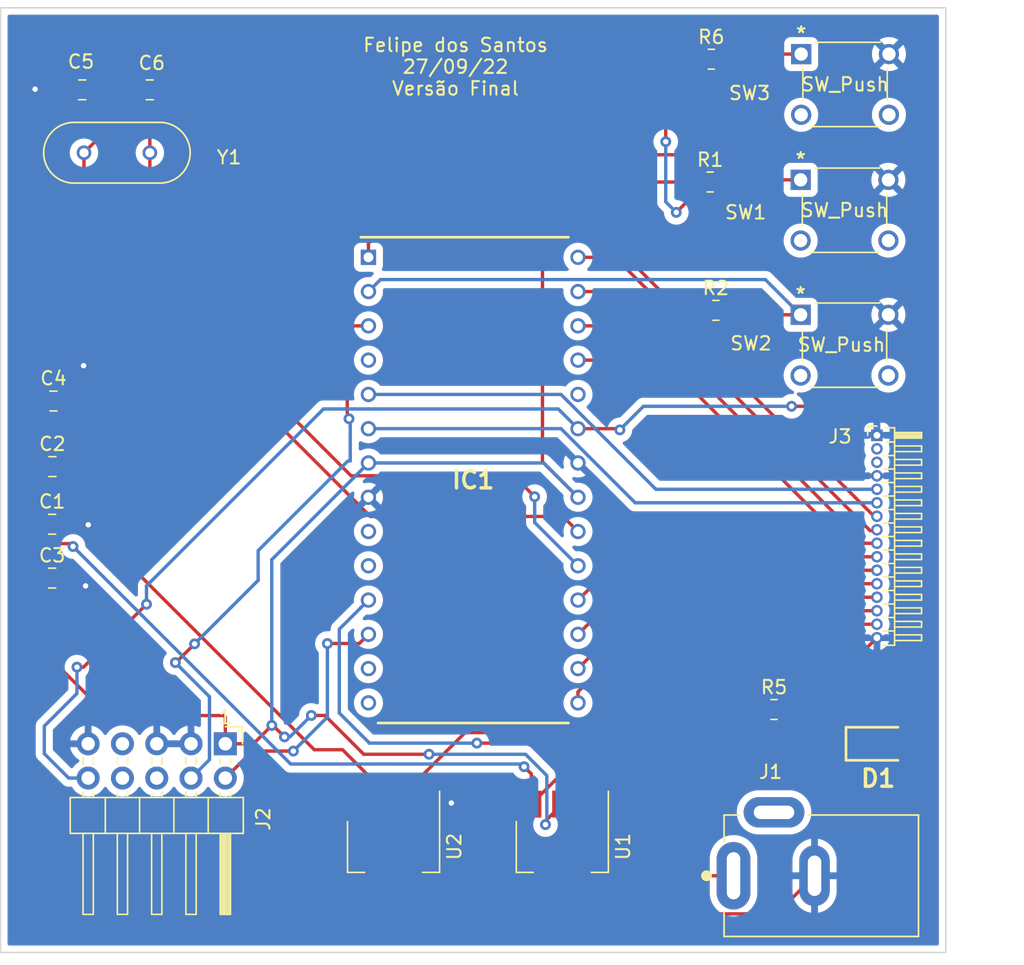
<source format=kicad_pcb>
(kicad_pcb (version 20211014) (generator pcbnew)
  (layers (0 "F.Cu" signal) (31 "B.Cu" signal) (34 "B.Paste" user) (35 "F.Paste" user) (36 "B.SilkS" user "B.Silkscreen") (37 "F.SilkS" user "F.Silkscreen") (38 "B.Mask" user) (39 "F.Mask" user) (44 "Edge.Cuts" user))
  (net 0 "")
  (net 1 "/9~12VDC")
  (net 2 "Earth")
  (net 3 "Net-(C2-Pad1)")
  (net 4 "+3.3V")
  (net 5 "+5V")
  (net 6 "Net-(C5-Pad2)")
  (net 7 "Net-(C6-Pad2)")
  (net 8 "Net-(D1-Pad2)")
  (net 9 "/BTN1")
  (net 10 "/BTN2")
  (net 11 "/SWDCLK")
  (net 13 "/R{slash}W")
  (net 14 "/E")
  (net 17 "/LED_KEY")
  (net 18 "/SWDIO")
  (net 21 "/DB07")
  (net 22 "/DB06")
  (net 23 "/DB05")
  (net 24 "/DB04")
  (net 25 "/RESET")
  (net 27 "/DB03")
  (net 28 "/DB02")
  (net 29 "/DB01")
  (net 30 "/DB00")
  (footprint "Capacitor_SMD:C_0805_2012Metric" (layer "F.Cu") (at 91.31 113.27)
    (fp_text reference "C1" (at 0 -1.68) (layer "F.SilkS"))
    (fp_text value "100nF")
    (fp_line (start -0.261252 0.735) (end 0.261252 0.735) (layer "F.SilkS") (width 0.12))
    (fp_line (start -0.261252 -0.735) (end 0.261252 -0.735) (layer "F.SilkS") (width 0.12))
    (pad "1" smd roundrect (at -0.95 0) (size 1 1.45) (layers "F.Cu" "F.Paste" "F.Mask") (net 1 "/9~12VDC"))
    (pad "2" smd roundrect (at 0.95 0) (size 1 1.45) (layers "F.Cu" "F.Paste" "F.Mask") (net 2 "Earth"))
  )
  (footprint "Package_TO_SOT_SMD:SOT-223-3_TabPin2" (layer "F.Cu") (at 116.6 137.16 -90)
    (fp_text reference "U2" (at 0 -4.5 90) (layer "F.SilkS"))
    (fp_text value "LD1117S50TR_SOT223")
    (fp_line (start -4.1 -3.41) (end 1.91 -3.41) (layer "F.SilkS") (width 0.12))
    (fp_line (start 1.91 -3.41) (end 1.91 -2.15) (layer "F.SilkS") (width 0.12))
    (fp_line (start -1.85 3.41) (end 1.91 3.41) (layer "F.SilkS") (width 0.12))
    (fp_line (start 1.91 3.41) (end 1.91 2.15) (layer "F.SilkS") (width 0.12))
    (pad "1" smd rect (at -3.15 -2.3 270) (size 2 1.5) (layers "F.Cu" "F.Paste" "F.Mask") (net 2 "Earth"))
    (pad "2" smd rect (at 3.15 0 270) (size 2 3.8) (layers "F.Cu" "F.Paste" "F.Mask") (net 5 "+5V"))
    (pad "2" smd rect (at -3.15 0 270) (size 2 1.5) (layers "F.Cu" "F.Paste" "F.Mask") (net 5 "+5V"))
    (pad "3" smd rect (at -3.15 2.3 270) (size 2 1.5) (layers "F.Cu" "F.Paste" "F.Mask") (net 3 "Net-(C2-Pad1)"))
  )
  (footprint "Capacitor_SMD:C_0805_2012Metric" (layer "F.Cu") (at 91.33 109)
    (fp_text reference "C2" (at 0 -1.68) (layer "F.SilkS"))
    (fp_text value "100nF")
    (fp_line (start -0.261252 -0.735) (end 0.261252 -0.735) (layer "F.SilkS") (width 0.12))
    (fp_line (start -0.261252 0.735) (end 0.261252 0.735) (layer "F.SilkS") (width 0.12))
    (pad "1" smd roundrect (at -0.95 0) (size 1 1.45) (layers "F.Cu" "F.Paste" "F.Mask") (net 3 "Net-(C2-Pad1)"))
    (pad "2" smd roundrect (at 0.95 0) (size 1 1.45) (layers "F.Cu" "F.Paste" "F.Mask") (net 2 "Earth"))
  )
  (footprint "KiCAD:1825910-6" (layer "F.Cu") (at 153.25 102.25)
    (fp_text reference "SW2" (at -10.18 -2.38) (layer "F.SilkS"))
    (fp_text value "SW_Push" (at -3.48 -2.28) (layer "F.SilkS"))
    (fp_text user "*" (at -6.5 -6.011301) (layer "F.SilkS"))
    (fp_text user "*" (at -6.5 -6.011301) (layer "F.SilkS"))
    (fp_line (start -5.86236 0.874199) (end -0.63764 0.874199) (layer "F.SilkS") (width 0.12))
    (fp_line (start -6.3742 -3.417961) (end -6.3742 -1.074702) (layer "F.SilkS") (width 0.12))
    (fp_line (start -0.63764 -5.374201) (end -5.442292 -5.374201) (layer "F.SilkS") (width 0.12))
    (fp_line (start -0.1258 -1.074702) (end -0.1258 -3.425299) (layer "F.SilkS") (width 0.12))
    (pad "1" thru_hole rect locked (at -6.500001 -4.500001) (size 1.4986 1.4986) (drill 0.9906) (layers *.Cu *.Mask) (net 10 "/BTN2"))
    (pad "2" thru_hole circle locked (at 0.000001 -4.500001) (size 1.4986 1.4986) (drill 0.9906) (layers *.Cu *.Mask) (net 2 "Earth"))
    (pad "3" thru_hole circle locked (at -6.500001 0) (size 1.4986 1.4986) (drill 0.9906) (layers *.Cu *.Mask))
    (pad "4" thru_hole circle locked (at 0.000001 0) (size 1.4986 1.4986) (drill 0.9906) (layers *.Cu *.Mask))
  )
  (footprint "lpc:DIP1552W53P254L3550H510Q28N" (layer "F.Cu") (at 122.5 110)
    (fp_text reference "IC1" (at 0 0) (layer "F.SilkS") (effects (font (size 1.27 1.27) (thickness 0.254))))
    (fp_text value "LPC1114FN28_102,12" hide)
    (fp_line (start -8.325 -18) (end 7.05 -18) (layer "F.SilkS") (width 0.2))
    (fp_line (start -7.05 18) (end 7.05 18) (layer "F.SilkS") (width 0.2))
    (pad "1" thru_hole rect locked (at -7.76 -16.51) (size 1.13 1.13) (drill 0.73) (layers *.Cu *.Mask) (net 9 "/BTN1"))
    (pad "2" thru_hole circle locked (at -7.76 -13.97) (size 1.13 1.13) (drill 0.73) (layers *.Cu *.Mask) (net 10 "/BTN2"))
    (pad "3" thru_hole circle locked (at -7.76 -11.43) (size 1.13 1.13) (drill 0.73) (layers *.Cu *.Mask) (net 11 "/SWDCLK"))
    (pad "4" thru_hole circle locked (at -7.76 -8.89) (size 1.13 1.13) (drill 0.73) (layers *.Cu *.Mask))
    (pad "5" thru_hole circle locked (at -7.76 -6.35) (size 1.13 1.13) (drill 0.73) (layers *.Cu *.Mask) (net 13 "/R{slash}W"))
    (pad "6" thru_hole circle locked (at -7.76 -3.81) (size 1.13 1.13) (drill 0.73) (layers *.Cu *.Mask) (net 14 "/E"))
    (pad "7" thru_hole circle locked (at -7.76 -1.27) (size 1.13 1.13) (drill 0.73) (layers *.Cu *.Mask) (net 4 "+3.3V"))
    (pad "8" thru_hole circle locked (at -7.76 1.27) (size 1.13 1.13) (drill 0.73) (layers *.Cu *.Mask) (net 2 "Earth"))
    (pad "9" thru_hole circle locked (at -7.76 3.81) (size 1.13 1.13) (drill 0.73) (layers *.Cu *.Mask))
    (pad "10" thru_hole circle locked (at -7.76 6.35) (size 1.13 1.13) (drill 0.73) (layers *.Cu *.Mask))
    (pad "11" thru_hole circle locked (at -7.76 8.89) (size 1.13 1.13) (drill 0.73) (layers *.Cu *.Mask) (net 17 "/LED_KEY"))
    (pad "12" thru_hole circle locked (at -7.76 11.43) (size 1.13 1.13) (drill 0.73) (layers *.Cu *.Mask) (net 18 "/SWDIO"))
    (pad "13" thru_hole circle locked (at -7.76 13.97) (size 1.13 1.13) (drill 0.73) (layers *.Cu *.Mask))
    (pad "14" thru_hole circle locked (at -7.76 16.51) (size 1.13 1.13) (drill 0.73) (layers *.Cu *.Mask))
    (pad "15" thru_hole circle locked (at 7.76 16.51) (size 1.13 1.13) (drill 0.73) (layers *.Cu *.Mask) (net 21 "/DB07"))
    (pad "16" thru_hole circle locked (at 7.76 13.97) (size 1.13 1.13) (drill 0.73) (layers *.Cu *.Mask) (net 22 "/DB06"))
    (pad "17" thru_hole circle locked (at 7.76 11.43) (size 1.13 1.13) (drill 0.73) (layers *.Cu *.Mask) (net 23 "/DB05"))
    (pad "18" thru_hole circle locked (at 7.76 8.89) (size 1.13 1.13) (drill 0.73) (layers *.Cu *.Mask) (net 24 "/DB04"))
    (pad "19" thru_hole circle locked (at 7.76 6.35) (size 1.13 1.13) (drill 0.73) (layers *.Cu *.Mask) (net 7 "Net-(C6-Pad2)"))
    (pad "20" thru_hole circle locked (at 7.76 3.81) (size 1.13 1.13) (drill 0.73) (layers *.Cu *.Mask) (net 6 "Net-(C5-Pad2)"))
    (pad "21" thru_hole circle locked (at 7.76 1.27) (size 1.13 1.13) (drill 0.73) (layers *.Cu *.Mask) (net 4 "+3.3V"))
    (pad "22" thru_hole circle locked (at 7.76 -1.27) (size 1.13 1.13) (drill 0.73) (layers *.Cu *.Mask) (net 2 "Earth"))
    (pad "23" thru_hole circle locked (at 7.76 -3.81) (size 1.13 1.13) (drill 0.73) (layers *.Cu *.Mask) (net 25 "/RESET"))
    (pad "24" thru_hole circle locked (at 7.76 -6.35) (size 1.13 1.13) (drill 0.73) (layers *.Cu *.Mask))
    (pad "25" thru_hole circle locked (at 7.76 -8.89) (size 1.13 1.13) (drill 0.73) (layers *.Cu *.Mask) (net 27 "/DB03"))
    (pad "26" thru_hole circle locked (at 7.76 -11.43) (size 1.13 1.13) (drill 0.73) (layers *.Cu *.Mask) (net 28 "/DB02"))
    (pad "27" thru_hole circle locked (at 7.76 -13.97) (size 1.13 1.13) (drill 0.73) (layers *.Cu *.Mask) (net 29 "/DB01"))
    (pad "28" thru_hole circle locked (at 7.76 -16.51) (size 1.13 1.13) (drill 0.73) (layers *.Cu *.Mask) (net 30 "/DB00"))
  )
  (footprint "Connector_PinHeader_2.54mm:PinHeader_2x05_P2.54mm_Horizontal" (layer "F.Cu") (at 104.14 129.54 -90)
    (fp_text reference "J2" (at 5.58 -2.81 90) (layer "F.SilkS"))
    (fp_text value "Conn_ARM_JTAG_SWD_10")
    (fp_line (start 3.98 1.27) (end 6.64 1.27) (layer "F.SilkS") (width 0.12))
    (fp_line (start 6.64 0.28) (end 12.64 0.28) (layer "F.SilkS") (width 0.12))
    (fp_line (start 3.582929 7.24) (end 3.98 7.24) (layer "F.SilkS") (width 0.12))
    (fp_line (start 1.042929 5.46) (end 1.497071 5.46) (layer "F.SilkS") (width 0.12))
    (fp_line (start 12.64 2.92) (end 6.64 2.92) (layer "F.SilkS") (width 0.12))
    (fp_line (start 12.64 7.24) (end 12.64 8) (layer "F.SilkS") (width 0.12))
    (fp_line (start 6.64 -0.32) (end 12.64 -0.32) (layer "F.SilkS") (width 0.12))
    (fp_line (start 12.64 4.7) (end 12.64 5.46) (layer "F.SilkS") (width 0.12))
    (fp_line (start 6.64 4.7) (end 12.64 4.7) (layer "F.SilkS") (width 0.12))
    (fp_line (start 3.582929 0.38) (end 3.98 0.38) (layer "F.SilkS") (width 0.12))
    (fp_line (start 12.64 10.54) (end 6.64 10.54) (layer "F.SilkS") (width 0.12))
    (fp_line (start 6.64 9.78) (end 12.64 9.78) (layer "F.SilkS") (width 0.12))
    (fp_line (start 6.64 0.16) (end 12.64 0.16) (layer "F.SilkS") (width 0.12))
    (fp_line (start 3.98 11.49) (end 6.64 11.49) (layer "F.SilkS") (width 0.12))
    (fp_line (start 6.64 0.04) (end 12.64 0.04) (layer "F.SilkS") (width 0.12))
    (fp_line (start 3.98 3.81) (end 6.64 3.81) (layer "F.SilkS") (width 0.12))
    (fp_line (start 6.64 -0.08) (end 12.64 -0.08) (layer "F.SilkS") (width 0.12))
    (fp_line (start 6.64 -0.38) (end 12.64 -0.38) (layer "F.SilkS") (width 0.12))
    (fp_line (start 3.582929 4.7) (end 3.98 4.7) (layer "F.SilkS") (width 0.12))
    (fp_line (start 6.64 -0.2) (end 12.64 -0.2) (layer "F.SilkS") (width 0.12))
    (fp_line (start 12.64 0.38) (end 6.64 0.38) (layer "F.SilkS") (width 0.12))
    (fp_line (start 3.582929 8) (end 3.98 8) (layer "F.SilkS") (width 0.12))
    (fp_line (start 3.582929 9.78) (end 3.98 9.78) (layer "F.SilkS") (width 0.12))
    (fp_line (start 1.042929 9.78) (end 1.497071 9.78) (layer "F.SilkS") (width 0.12))
    (fp_line (start 1.042929 4.7) (end 1.497071 4.7) (layer "F.SilkS") (width 0.12))
    (fp_line (start 1.11 -0.38) (end 1.497071 -0.38) (layer "F.SilkS") (width 0.12))
    (fp_line (start -1.27 0) (end -1.27 -1.27) (layer "F.SilkS") (width 0.12))
    (fp_line (start 12.64 -0.38) (end 12.64 0.38) (layer "F.SilkS") (width 0.12))
    (fp_line (start 12.64 5.46) (end 6.64 5.46) (layer "F.SilkS") (width 0.12))
    (fp_line (start 1.042929 7.24) (end 1.497071 7.24) (layer "F.SilkS") (width 0.12))
    (fp_line (start 6.64 2.16) (end 12.64 2.16) (layer "F.SilkS") (width 0.12))
    (fp_line (start 3.98 6.35) (end 6.64 6.35) (layer "F.SilkS") (width 0.12))
    (fp_line (start 3.582929 5.46) (end 3.98 5.46) (layer "F.SilkS") (width 0.12))
    (fp_line (start 3.582929 -0.38) (end 3.98 -0.38) (layer "F.SilkS") (width 0.12))
    (fp_line (start 6.64 7.24) (end 12.64 7.24) (layer "F.SilkS") (width 0.12))
    (fp_line (start 3.582929 10.54) (end 3.98 10.54) (layer "F.SilkS") (width 0.12))
    (fp_line (start 1.042929 2.92) (end 1.497071 2.92) (layer "F.SilkS") (width 0.12))
    (fp_line (start 6.64 11.49) (end 6.64 -1.33) (layer "F.SilkS") (width 0.12))
    (fp_line (start 3.98 -1.33) (end 3.98 11.49) (layer "F.SilkS") (width 0.12))
    (fp_line (start 1.11 0.38) (end 1.497071 0.38) (layer "F.SilkS") (width 0.12))
    (fp_line (start 1.042929 8) (end 1.497071 8) (layer "F.SilkS") (width 0.12))
    (fp_line (start 12.64 8) (end 6.64 8) (layer "F.SilkS") (width 0.12))
    (fp_line (start 12.64 2.16) (end 12.64 2.92) (layer "F.SilkS") (width 0.12))
    (fp_line (start 3.582929 2.92) (end 3.98 2.92) (layer "F.SilkS") (width 0.12))
    (fp_line (start 12.64 9.78) (end 12.64 10.54) (layer "F.SilkS") (width 0.12))
    (fp_line (start 1.042929 2.16) (end 1.497071 2.16) (layer "F.SilkS") (width 0.12))
    (fp_line (start -1.27 -1.27) (end 0 -1.27) (layer "F.SilkS") (width 0.12))
    (fp_line (start 1.042929 10.54) (end 1.497071 10.54) (layer "F.SilkS") (width 0.12))
    (fp_line (start 3.98 8.89) (end 6.64 8.89) (layer "F.SilkS") (width 0.12))
    (fp_line (start 6.64 -1.33) (end 3.98 -1.33) (layer "F.SilkS") (width 0.12))
    (fp_line (start 3.582929 2.16) (end 3.98 2.16) (layer "F.SilkS") (width 0.12))
    (pad "1" thru_hole rect (at 0 0 270) (size 1.7 1.7) (drill 1) (layers *.Cu *.Mask) (net 4 "+3.3V"))
    (pad "2" thru_hole oval (at 2.54 0 270) (size 1.7 1.7) (drill 1) (layers *.Cu *.Mask) (net 18 "/SWDIO"))
    (pad "3" thru_hole oval (at 0 2.54 270) (size 1.7 1.7) (drill 1) (layers *.Cu *.Mask) (net 2 "Earth"))
    (pad "4" thru_hole oval (at 2.54 2.54 270) (size 1.7 1.7) (drill 1) (layers *.Cu *.Mask) (net 11 "/SWDCLK"))
    (pad "5" thru_hole oval (at 0 5.08 270) (size 1.7 1.7) (drill 1) (layers *.Cu *.Mask) (net 2 "Earth"))
    (pad "6" thru_hole oval (at 2.54 5.08 270) (size 1.7 1.7) (drill 1) (layers *.Cu *.Mask))
    (pad "7" thru_hole oval (at 0 7.62 270) (size 1.7 1.7) (drill 1) (layers *.Cu *.Mask))
    (pad "8" thru_hole oval (at 2.54 7.62 270) (size 1.7 1.7) (drill 1) (layers *.Cu *.Mask))
    (pad "9" thru_hole oval (at 0 10.16 270) (size 1.7 1.7) (drill 1) (layers *.Cu *.Mask) (net 2 "Earth"))
    (pad "10" thru_hole oval (at 2.54 10.16 270) (size 1.7 1.7) (drill 1) (layers *.Cu *.Mask) (net 25 "/RESET"))
  )
  (footprint "Capacitor_SMD:C_0805_2012Metric" (layer "F.Cu") (at 91.31 117.26)
    (fp_text reference "C3" (at 0 -1.68) (layer "F.SilkS"))
    (fp_text value "10uF")
    (fp_line (start -0.261252 -0.735) (end 0.261252 -0.735) (layer "F.SilkS") (width 0.12))
    (fp_line (start -0.261252 0.735) (end 0.261252 0.735) (layer "F.SilkS") (width 0.12))
    (pad "1" smd roundrect (at -0.95 0) (size 1 1.45) (layers "F.Cu" "F.Paste" "F.Mask") (net 4 "+3.3V"))
    (pad "2" smd roundrect (at 0.95 0) (size 1 1.45) (layers "F.Cu" "F.Paste" "F.Mask") (net 2 "Earth"))
  )
  (footprint "ATS:XTAL_HC49P488W43L1085T450H368" (layer "F.Cu") (at 96.11 85.74)
    (fp_text reference "Y1" (at 8.31 0.34) (layer "F.SilkS"))
    (fp_text value "12MHz")
    (fp_line (start 3.175 2.25) (end -3.175 2.25) (layer "F.SilkS") (width 0.127))
    (fp_line (start -3.175 -2.25) (end 3.175 -2.25) (layer "F.SilkS") (width 0.127))
    (fp_arc (start 5.425 0) (mid 4.76599 1.59099) (end 3.175 2.25) (layer "F.SilkS") (width 0.127))
    (fp_arc (start -5.425 0) (mid -4.76599 -1.59099) (end -3.175 -2.25) (layer "F.SilkS") (width 0.127))
    (fp_arc (start -3.175 2.25) (mid -4.76599 1.59099) (end -5.425 0) (layer "F.SilkS") (width 0.127))
    (fp_arc (start 3.175 -2.25) (mid 4.76599 -1.59099) (end 5.425 0) (layer "F.SilkS") (width 0.127))
    (pad "1" thru_hole circle locked (at -2.44 0) (size 1.08 1.08) (drill 0.68) (layers *.Cu *.Mask) (net 6 "Net-(C5-Pad2)"))
    (pad "2" thru_hole circle locked (at 2.44 0) (size 1.08 1.08) (drill 0.68) (layers *.Cu *.Mask) (net 7 "Net-(C6-Pad2)"))
  )
  (footprint "Capacitor_SMD:C_0805_2012Metric" (layer "F.Cu") (at 98.54 81.08)
    (fp_text reference "C6" (at 0.15 -1.99) (layer "F.SilkS"))
    (fp_text value "39pF")
    (fp_line (start -0.261252 -0.735) (end 0.261252 -0.735) (layer "F.SilkS") (width 0.12))
    (fp_line (start -0.261252 0.735) (end 0.261252 0.735) (layer "F.SilkS") (width 0.12))
    (pad "1" smd roundrect (at -0.95 0) (size 1 1.45) (layers "F.Cu" "F.Paste" "F.Mask") (net 2 "Earth"))
    (pad "2" smd roundrect (at 0.95 0) (size 1 1.45) (layers "F.Cu" "F.Paste" "F.Mask") (net 7 "Net-(C6-Pad2)"))
  )
  (footprint "KiCad:LEDC3216X120N" (layer "F.Cu") (at 152.46 129.54)
    (fp_text reference "D1" (at 0.03 2.57) (layer "F.SilkS") (effects (font (size 1.27 1.27) (thickness 0.254))))
    (fp_text value "LED" hide)
    (fp_line (start -2.35 1.225) (end 1.5 1.225) (layer "F.SilkS") (width 0.2))
    (fp_line (start -2.35 -1.225) (end -2.35 1.225) (layer "F.SilkS") (width 0.2))
    (fp_line (start 1.5 -1.225) (end -2.35 -1.225) (layer "F.SilkS") (width 0.2))
    (pad "1" smd rect locked (at -1.5 0) (size 1 1.75) (layers "F.Cu" "F.Paste" "F.Mask") (net 2 "Earth"))
    (pad "2" smd rect locked (at 1.5 0) (size 1 1.75) (layers "F.Cu" "F.Paste" "F.Mask") (net 8 "Net-(D1-Pad2)"))
  )
  (footprint "PJ-002A:CUI_PJ-002A" (layer "F.Cu") (at 141.78 139.32)
    (fp_text reference "J1" (at 2.75 -7.7) (layer "F.SilkS") (effects (font (size 1.000827 1.000827))))
    (fp_text value "+9~12V DC, Ref")
    (fp_line (start 5.55 -4.5) (end 13.7 -4.5) (layer "F.SilkS") (width 0.127))
    (fp_line (start -0.7 -2.55) (end -0.7 -4.5) (layer "F.SilkS") (width 0.127))
    (fp_line (start 13.7 -4.5) (end 13.7 4.5) (layer "F.SilkS") (width 0.127))
    (fp_line (start -0.7 -4.5) (end 0.45 -4.5) (layer "F.SilkS") (width 0.127))
    (fp_line (start 13.7 4.5) (end -0.7 4.5) (layer "F.SilkS") (width 0.127))
    (fp_line (start -0.7 4.5) (end -0.7 2.65) (layer "F.SilkS") (width 0.127))
    (fp_circle (center -2 0) (end -1.8 0) (layer "F.SilkS") (width 0.4) (fill none))
    (pad "1" thru_hole oval locked (at 0 0) (size 2.5 5) (drill oval 1 3.5) (layers *.Cu *.Mask) (net 1 "/9~12VDC"))
    (pad "2" thru_hole oval locked (at 6 0) (size 2.25 4.5) (drill oval 1 3) (layers *.Cu *.Mask) (net 2 "Earth"))
    (pad "3" thru_hole oval locked (at 3 -4.7) (size 4.5 2.25) (drill oval 3 1) (layers *.Cu *.Mask))
  )
  (footprint "Resistor_SMD:R_0805_2012Metric" (layer "F.Cu") (at 140.0475 87.91)
    (fp_text reference "R1" (at 0 -1.65) (layer "F.SilkS"))
    (fp_text value "4k7")
    (fp_line (start -0.227064 -0.735) (end 0.227064 -0.735) (layer "F.SilkS") (width 0.12))
    (fp_line (start -0.227064 0.735) (end 0.227064 0.735) (layer "F.SilkS") (width 0.12))
    (pad "1" smd roundrect (at -0.9125 0) (size 1.025 1.4) (layers "F.Cu" "F.Paste" "F.Mask") (roundrect_rratio 0.243902) (net 4 "+3.3V"))
    (pad "2" smd roundrect (at 0.9125 0) (size 1.025 1.4) (layers "F.Cu" "F.Paste" "F.Mask") (roundrect_rratio 0.243902) (net 9 "/BTN1"))
  )
  (footprint "KiCAD:1825910-6" (layer "F.Cu") (at 153.25 92.25)
    (fp_text reference "SW1" (at -10.57 -2.09) (layer "F.SilkS"))
    (fp_text value "SW_Push" (at -3.25 -2.250001) (layer "F.SilkS"))
    (fp_text user "*" (at -6.5 -6.011301) (layer "F.SilkS"))
    (fp_text user "*" (at -6.5 -6.011301) (layer "F.SilkS"))
    (fp_line (start -5.86236 0.874199) (end -0.63764 0.874199) (layer "F.SilkS") (width 0.12))
    (fp_line (start -0.63764 -5.374201) (end -5.442292 -5.374201) (layer "F.SilkS") (width 0.12))
    (fp_line (start -6.3742 -3.417961) (end -6.3742 -1.074702) (layer "F.SilkS") (width 0.12))
    (fp_line (start -0.1258 -1.074702) (end -0.1258 -3.425299) (layer "F.SilkS") (width 0.12))
    (pad "1" thru_hole rect locked (at -6.500001 -4.500001) (size 1.4986 1.4986) (drill 0.9906) (layers *.Cu *.Mask) (net 9 "/BTN1"))
    (pad "2" thru_hole circle locked (at 0.000001 -4.500001) (size 1.4986 1.4986) (drill 0.9906) (layers *.Cu *.Mask) (net 2 "Earth"))
    (pad "3" thru_hole circle locked (at -6.500001 0) (size 1.4986 1.4986) (drill 0.9906) (layers *.Cu *.Mask))
    (pad "4" thru_hole circle locked (at 0.000001 0) (size 1.4986 1.4986) (drill 0.9906) (layers *.Cu *.Mask))
  )
  (footprint "Package_TO_SOT_SMD:SOT-223-3_TabPin2" (layer "F.Cu") (at 129.1 137.16 -90)
    (fp_text reference "U1" (at 0 -4.5 90) (layer "F.SilkS"))
    (fp_text value "LD1117S33TR_SOT223")
    (fp_line (start -1.85 3.41) (end 1.91 3.41) (layer "F.SilkS") (width 0.12))
    (fp_line (start 1.91 -3.41) (end 1.91 -2.15) (layer "F.SilkS") (width 0.12))
    (fp_line (start -4.1 -3.41) (end 1.91 -3.41) (layer "F.SilkS") (width 0.12))
    (fp_line (start 1.91 3.41) (end 1.91 2.15) (layer "F.SilkS") (width 0.12))
    (pad "1" smd rect (at -3.15 -2.3 270) (size 2 1.5) (layers "F.Cu" "F.Paste" "F.Mask") (net 2 "Earth"))
    (pad "2" smd rect (at -3.15 0 270) (size 2 1.5) (layers "F.Cu" "F.Paste" "F.Mask") (net 4 "+3.3V"))
    (pad "2" smd rect (at 3.15 0 270) (size 2 3.8) (layers "F.Cu" "F.Paste" "F.Mask") (net 4 "+3.3V"))
    (pad "3" smd rect (at -3.15 2.3 270) (size 2 1.5) (layers "F.Cu" "F.Paste" "F.Mask") (net 1 "/9~12VDC"))
  )
  (footprint "Connector_PinHeader_1.00mm:PinHeader_1x16_P1.00mm_Horizontal" (layer "F.Cu") (at 152.4 106.68)
    (fp_text reference "J3" (at -2.73 0.09) (layer "F.SilkS"))
    (fp_text value "JHD-162A")
    (fp_line (start 3.31 1.79) (end 3.31 2.21) (layer "F.SilkS") (width 0.12))
    (fp_line (start 3.31 14.21) (end 1.31 14.21) (layer "F.SilkS") (width 0.12))
    (fp_line (start 3.31 2.21) (end 1.31 2.21) (layer "F.SilkS") (width 0.12))
    (fp_line (start 1.31 10.79) (end 3.31 10.79) (layer "F.SilkS") (width 0.12))
    (fp_line (start 3.31 0.79) (end 3.31 1.21) (layer "F.SilkS") (width 0.12))
    (fp_line (start 3.31 0.21) (end 1.31 0.21) (layer "F.SilkS") (width 0.12))
    (fp_line (start 1.31 8.79) (end 3.31 8.79) (layer "F.SilkS") (width 0.12))
    (fp_line (start 0.468215 12.5) (end 1.31 12.5) (layer "F.SilkS") (width 0.12))
    (fp_line (start 3.31 6.79) (end 3.31 7.21) (layer "F.SilkS") (width 0.12))
    (fp_line (start 3.31 13.79) (end 3.31 14.21) (layer "F.SilkS") (width 0.12))
    (fp_line (start 3.31 4.79) (end 3.31 5.21) (layer "F.SilkS") (width 0.12))
    (fp_line (start 0.468215 8.5) (end 1.31 8.5) (layer "F.SilkS") (width 0.12))
    (fp_line (start 3.31 4.21) (end 1.31 4.21) (layer "F.SilkS") (width 0.12))
    (fp_line (start 1.31 -0.03) (end 3.31 -0.03) (layer "F.SilkS") (width 0.12))
    (fp_line (start 3.31 15.21) (end 1.31 15.21) (layer "F.SilkS") (width 0.12))
    (fp_line (start 0.468215 11.5) (end 1.31 11.5) (layer "F.SilkS") (width 0.12))
    (fp_line (start 1.31 13.79) (end 3.31 13.79) (layer "F.SilkS") (width 0.12))
    (fp_line (start 0.468215 6.5) (end 1.31 6.5) (layer "F.SilkS") (width 0.12))
    (fp_line (start 0.685 -0.56) (end 1.31 -0.56) (layer "F.SilkS") (width 0.12))
    (fp_line (start 0.468215 5.5) (end 1.31 5.5) (layer "F.SilkS") (width 0.12))
    (fp_line (start 0.468215 3.5) (end 1.31 3.5) (layer "F.SilkS") (width 0.12))
    (fp_line (start 1.31 15.56) (end 0.394493 15.56) (layer "F.SilkS") (width 0.12))
    (fp_line (start 0.468215 14.5) (end 1.31 14.5) (layer "F.SilkS") (width 0.12))
    (fp_line (start 3.31 10.79) (end 3.31 11.21) (layer "F.SilkS") (width 0.12))
    (fp_line (start 1.31 -0.56) (end 1.31 15.56) (layer "F.SilkS") (width 0.12))
    (fp_line (start 1.31 12.79) (end 3.31 12.79) (layer "F.SilkS") (width 0.12))
    (fp_line (start 0.468215 1.5) (end 1.31 1.5) (layer "F.SilkS") (width 0.12))
    (fp_line (start 0.468215 10.5) (end 1.31 10.5) (layer "F.SilkS") (width 0.12))
    (fp_line (start 3.31 5.79) (end 3.31 6.21) (layer "F.SilkS") (width 0.12))
    (fp_line (start 1.31 7.79) (end 3.31 7.79) (layer "F.SilkS") (width 0.12))
    (fp_line (start 3.31 -0.21) (end 3.31 0.21) (layer "F.SilkS") (width 0.12))
    (fp_line (start 3.31 10.21) (end 1.31 10.21) (layer "F.SilkS") (width 0.12))
    (fp_line (start 1.31 4.79) (end 3.31 4.79) (layer "F.SilkS") (width 0.12))
    (fp_line (start 3.31 1.21) (end 1.31 1.21) (layer "F.SilkS") (width 0.12))
    (fp_line (start 3.31 7.21) (end 1.31 7.21) (layer "F.SilkS") (width 0.12))
    (fp_line (start -0.685 -0.685) (end 0 -0.685) (layer "F.SilkS") (width 0.12))
    (fp_line (start 1.31 2.79) (end 3.31 2.79) (layer "F.SilkS") (width 0.12))
    (fp_line (start 0.468215 13.5) (end 1.31 13.5) (layer "F.SilkS") (width 0.12))
    (fp_line (start 1.31 6.79) (end 3.31 6.79) (layer "F.SilkS") (width 0.12))
    (fp_line (start 3.31 3.79) (end 3.31 4.21) (layer "F.SilkS") (width 0.12))
    (fp_line (start 1.31 -0.21) (end 3.31 -0.21) (layer "F.SilkS") (width 0.12))
    (fp_line (start 3.31 5.21) (end 1.31 5.21) (layer "F.SilkS") (width 0.12))
    (fp_line (start 1.31 -0.15) (end 3.31 -0.15) (layer "F.SilkS") (width 0.12))
    (fp_line (start 3.31 7.79) (end 3.31 8.21) (layer "F.SilkS") (width 0.12))
    (fp_line (start 1.31 11.79) (end 3.31 11.79) (layer "F.SilkS") (width 0.12))
    (fp_line (start 0.685 0.5) (end 1.31 0.5) (layer "F.SilkS") (width 0.12))
    (fp_line (start 3.31 12.79) (end 3.31 13.21) (layer "F.SilkS") (width 0.12))
    (fp_line (start 3.31 9.79) (end 3.31 10.21) (layer "F.SilkS") (width 0.12))
    (fp_line (start 3.31 12.21) (end 1.31 12.21) (layer "F.SilkS") (width 0.12))
    (fp_line (start 3.31 9.21) (end 1.31 9.21) (layer "F.SilkS") (width 0.12))
    (fp_line (start 0.468215 2.5) (end 1.31 2.5) (layer "F.SilkS") (width 0.12))
    (fp_line (start 1.31 1.79) (end 3.31 1.79) (layer "F.SilkS") (width 0.12))
    (fp_line (start -0.685 0) (end -0.685 -0.685) (layer "F.SilkS") (width 0.12))
    (fp_line (start 1.31 9.79) (end 3.31 9.79) (layer "F.SilkS") (width 0.12))
    (fp_line (start 3.31 8.21) (end 1.31 8.21) (layer "F.SilkS") (width 0.12))
    (fp_line (start 1.31 5.79) (end 3.31 5.79) (layer "F.SilkS") (width 0.12))
    (fp_line (start 1.31 0.79) (end 3.31 0.79) (layer "F.SilkS") (width 0.12))
    (fp_line (start 1.31 3.79) (end 3.31 3.79) (layer "F.SilkS") (width 0.12))
    (fp_line (start 1.31 14.79) (end 3.31 14.79) (layer "F.SilkS") (width 0.12))
    (fp_line (start 3.31 11.79) (end 3.31 12.21) (layer "F.SilkS") (width 0.12))
    (fp_line (start 3.31 6.21) (end 1.31 6.21) (layer "F.SilkS") (width 0.12))
    (fp_line (start 3.31 13.21) (end 1.31 13.21) (layer "F.SilkS") (width 0.12))
    (fp_line (start 3.31 8.79) (end 3.31 9.21) (layer "F.SilkS") (width 0.12))
    (fp_line (start 3.31 3.21) (end 1.31 3.21) (layer "F.SilkS") (width 0.12))
    (fp_line (start 0.468215 7.5) (end 1.31 7.5) (layer "F.SilkS") (width 0.12))
    (fp_line (start 1.31 0.09) (end 3.31 0.09) (layer "F.SilkS") (width 0.12))
    (fp_line (start 0.468215 4.5) (end 1.31 4.5) (layer "F.SilkS") (width 0.12))
    (fp_line (start 3.31 2.79) (end 3.31 3.21) (layer "F.SilkS") (width 0.12))
    (fp_line (start 3.31 11.21) (end 1.31 11.21) (layer "F.SilkS") (width 0.12))
    (fp_line (start 3.31 14.79) (end 3.31 15.21) (layer "F.SilkS") (width 0.12))
    (fp_line (start 0.468215 9.5) (end 1.31 9.5) (layer "F.SilkS") (width 0.12))
    (pad "1" thru_hole rect (at 0 0) (size 0.85 0.85) (drill 0.5) (layers *.Cu *.Mask) (net 2 "Earth"))
    (pad "2" thru_hole oval (at 0 1) (size 0.85 0.85) (drill 0.5) (layers *.Cu *.Mask) (net 5 "+5V"))
    (pad "3" thru_hole oval (at 0 2) (size 0.85 0.85) (drill 0.5) (layers *.Cu *.Mask) (net 5 "+5V"))
    (pad "4" thru_hole oval (at 0 3) (size 0.85 0.85) (drill 0.5) (layers *.Cu *.Mask) (net 2 "Earth"))
    (pad "5" thru_hole oval (at 0 4) (size 0.85 0.85) (drill 0.5) (layers *.Cu *.Mask) (net 13 "/R{slash}W"))
    (pad "6" thru_hole oval (at 0 5) (size 0.85 0.85) (drill 0.5) (layers *.Cu *.Mask) (net 14 "/E"))
    (pad "7" thru_hole oval (at 0 6) (size 0.85 0.85) (drill 0.5) (layers *.Cu *.Mask) (net 30 "/DB00"))
    (pad "8" thru_hole oval (at 0 7) (size 0.85 0.85) (drill 0.5) (layers *.Cu *.Mask) (net 29 "/DB01"))
    (pad "9" thru_hole oval (at 0 8) (size 0.85 0.85) (drill 0.5) (layers *.Cu *.Mask) (net 28 "/DB02"))
    (pad "10" thru_hole oval (at 0 9) (size 0.85 0.85) (drill 0.5) (layers *.Cu *.Mask) (net 27 "/DB03"))
    (pad "11" thru_hole oval (at 0 10) (size 0.85 0.85) (drill 0.5) (layers *.Cu *.Mask) (net 24 "/DB04"))
    (pad "12" thru_hole oval (at 0 11) (size 0.85 0.85) (drill 0.5) (layers *.Cu *.Mask) (net 23 "/DB05"))
    (pad "13" thru_hole oval (at 0 12) (size 0.85 0.85) (drill 0.5) (layers *.Cu *.Mask) (net 22 "/DB06"))
    (pad "14" thru_hole oval (at 0 13) (size 0.85 0.85) (drill 0.5) (layers *.Cu *.Mask) (net 21 "/DB07"))
    (pad "15" thru_hole oval (at 0 14) (size 0.85 0.85) (drill 0.5) (layers *.Cu *.Mask) (net 5 "+5V"))
    (pad "16" thru_hole oval (at 0 15) (size 0.85 0.85) (drill 0.5) (layers *.Cu *.Mask) (net 2 "Earth"))
  )
  (footprint "Resistor_SMD:R_0805_2012Metric" (layer "F.Cu") (at 144.78 127)
    (fp_text reference "R5" (at 0 -1.65) (layer "F.SilkS"))
    (fp_text value "R_Small_US")
    (fp_line (start -0.227064 -0.735) (end 0.227064 -0.735) (layer "F.SilkS") (width 0.12))
    (fp_line (start -0.227064 0.735) (end 0.227064 0.735) (layer "F.SilkS") (width 0.12))
    (pad "1" smd roundrect (at -0.9125 0) (size 1.025 1.4) (layers "F.Cu" "F.Paste" "F.Mask") (roundrect_rratio 0.243902) (net 17 "/LED_KEY"))
    (pad "2" smd roundrect (at 0.9125 0) (size 1.025 1.4) (layers "F.Cu" "F.Paste" "F.Mask") (roundrect_rratio 0.243902) (net 8 "Net-(D1-Pad2)"))
  )
  (footprint "Resistor_SMD:R_0805_2012Metric" (layer "F.Cu") (at 140.47 97.42)
    (fp_text reference "R2" (at 0 -1.65) (layer "F.SilkS"))
    (fp_text value "4k7")
    (fp_line (start -0.227064 0.735) (end 0.227064 0.735) (layer "F.SilkS") (width 0.12))
    (fp_line (start -0.227064 -0.735) (end 0.227064 -0.735) (layer "F.SilkS") (width 0.12))
    (pad "1" smd roundrect (at -0.9125 0) (size 1.025 1.4) (layers "F.Cu" "F.Paste" "F.Mask") (roundrect_rratio 0.243902) (net 4 "+3.3V"))
    (pad "2" smd roundrect (at 0.9125 0) (size 1.025 1.4) (layers "F.Cu" "F.Paste" "F.Mask") (roundrect_rratio 0.243902) (net 10 "/BTN2"))
  )
  (footprint "Capacitor_SMD:C_0805_2012Metric" (layer "F.Cu") (at 91.41 104.14)
    (fp_text reference "C4" (at 0 -1.68) (layer "F.SilkS"))
    (fp_text value "100uF")
    (fp_line (start -0.261252 0.735) (end 0.261252 0.735) (layer "F.SilkS") (width 0.12))
    (fp_line (start -0.261252 -0.735) (end 0.261252 -0.735) (layer "F.SilkS") (width 0.12))
    (pad "1" smd roundrect (at -0.95 0) (size 1 1.45) (layers "F.Cu" "F.Paste" "F.Mask") (net 5 "+5V"))
    (pad "2" smd roundrect (at 0.95 0) (size 1 1.45) (layers "F.Cu" "F.Paste" "F.Mask") (net 2 "Earth"))
  )
  (footprint "KiCAD:1825910-6" (layer "F.Cu") (at 153.290001 82.930001)
    (fp_text reference "SW3" (at -10.320001 -1.610001) (layer "F.SilkS"))
    (fp_text value "SW_Push" (at -3.25 -2.250001) (layer "F.SilkS"))
    (fp_text user "*" (at -6.5 -6.011301) (layer "F.SilkS"))
    (fp_text user "*" (at -6.5 -6.011301) (layer "F.SilkS"))
    (fp_line (start -5.86236 0.874199) (end -0.63764 0.874199) (layer "F.SilkS") (width 0.12))
    (fp_line (start -0.63764 -5.374201) (end -5.442292 -5.374201) (layer "F.SilkS") (width 0.12))
    (fp_line (start -6.3742 -3.417961) (end -6.3742 -1.074702) (layer "F.SilkS") (width 0.12))
    (fp_line (start -0.1258 -1.074702) (end -0.1258 -3.425299) (layer "F.SilkS") (width 0.12))
    (pad "1" thru_hole rect locked (at -6.500001 -4.500001) (size 1.4986 1.4986) (drill 0.9906) (layers *.Cu *.Mask) (net 25 "/RESET"))
    (pad "2" thru_hole circle locked (at 0.000001 -4.500001) (size 1.4986 1.4986) (drill 0.9906) (layers *.Cu *.Mask) (net 2 "Earth"))
    (pad "3" thru_hole circle locked (at -6.500001 0) (size 1.4986 1.4986) (drill 0.9906) (layers *.Cu *.Mask))
    (pad "4" thru_hole circle locked (at 0.000001 0) (size 1.4986 1.4986) (drill 0.9906) (layers *.Cu *.Mask))
  )
  (footprint "Resistor_SMD:R_0805_2012Metric" (layer "F.Cu") (at 140.1325 78.81)
    (fp_text reference "R6" (at 0 -1.65) (layer "F.SilkS"))
    (fp_text value "4k7")
    (fp_line (start -0.227064 -0.735) (end 0.227064 -0.735) (layer "F.SilkS") (width 0.12))
    (fp_line (start -0.227064 0.735) (end 0.227064 0.735) (layer "F.SilkS") (width 0.12))
    (pad "1" smd roundrect (at -0.9125 0) (size 1.025 1.4) (layers "F.Cu" "F.Paste" "F.Mask") (roundrect_rratio 0.243902) (net 4 "+3.3V"))
    (pad "2" smd roundrect (at 0.9125 0) (size 1.025 1.4) (layers "F.Cu" "F.Paste" "F.Mask") (roundrect_rratio 0.243902) (net 25 "/RESET"))
  )
  (footprint "Capacitor_SMD:C_0805_2012Metric" (layer "F.Cu") (at 93.54 81.08)
    (fp_text reference "C5" (at -0.09 -2.09) (layer "F.SilkS"))
    (fp_text value "39pF")
    (fp_line (start -0.261252 0.735) (end 0.261252 0.735) (layer "F.SilkS") (width 0.12))
    (fp_line (start -0.261252 -0.735) (end 0.261252 -0.735) (layer "F.SilkS") (width 0.12))
    (pad "1" smd roundrect (at -0.95 0) (size 1 1.45) (layers "F.Cu" "F.Paste" "F.Mask") (net 2 "Earth"))
    (pad "2" smd roundrect (at 0.95 0) (size 1 1.45) (layers "F.Cu" "F.Paste" "F.Mask") (net 6 "Net-(C5-Pad2)"))
  )
  (gr_line (start 87.5 145) (end 157.5 145) (layer "Edge.Cuts") (width 0.1))
  (gr_line (start 87.5 145) (end 87.5 75) (layer "Edge.Cuts") (width 0.1))
  (gr_line (start 157.5 75) (end 87.5 75) (layer "Edge.Cuts") (width 0.1))
  (gr_line (start 157.5 145) (end 157.5 75) (layer "Edge.Cuts") (width 0.1))
  (gr_text "Felipe dos Santos\n27/09/22\nVersão Final\n" (at 121.19 79.37) (layer "F.SilkS") (effects (font (size 1 1))))
  (gr_text "1" (at 104.13 127.57) (layer "F.SilkS") (effects (font (size 1 1))))
  (segment (start 141.78 139.32) (end 139.98 139.32) (width 0.25) (layer "F.Cu") (net 1))
  (segment (start 92.65 114.71) (end 92.86 114.92) (width 0.25) (layer "F.Cu") (net 1))
  (segment (start 128.6 132.21) (end 126.8 134.01) (width 0.25) (layer "F.Cu") (net 1))
  (segment (start 126.27 131.24) (end 126.8 131.77) (width 0.25) (layer "F.Cu") (net 1))
  (segment (start 126.8 131.77) (end 126.8 134.01) (width 0.25) (layer "F.Cu") (net 1))
  (segment (start 91.8 114.71) (end 92.65 114.71) (width 0.25) (layer "F.Cu") (net 1))
  (segment (start 90.36 113.27) (end 91.8 114.71) (width 0.25) (layer "F.Cu") (net 1))
  (segment (start 139.98 139.32) (end 132.87 132.21) (width 0.25) (layer "F.Cu") (net 1))
  (segment (start 132.87 132.21) (end 128.6 132.21) (width 0.25) (layer "F.Cu") (net 1))
  (via (at 92.86 114.92) (size 0.8) (drill 0.4) (layers "F.Cu" "B.Cu") (net 1))
  (via (at 126.27 131.24) (size 0.8) (drill 0.4) (layers "F.Cu" "B.Cu") (net 1))
  (segment (start 108.98 131.04) (end 115.88 131.04) (width 0.25) (layer "B.Cu") (net 1))
  (segment (start 115.88 131.04) (end 126.07 131.04) (width 0.25) (layer "B.Cu") (net 1))
  (segment (start 126.07 131.04) (end 126.27 131.24) (width 0.25) (layer "B.Cu") (net 1))
  (segment (start 92.86 114.92) (end 108.98 131.04) (width 0.25) (layer "B.Cu") (net 1))
  (segment (start 92.26 117.26) (end 93.21 117.26) (width 0.25) (layer "F.Cu") (net 2))
  (segment (start 150.96 123.12) (end 152.4 121.68) (width 0.25) (layer "F.Cu") (net 2))
  (segment (start 92.36 108.92) (end 92.28 109) (width 0.25) (layer "F.Cu") (net 2))
  (segment (start 93.21 117.26) (end 93.79 117.84) (width 0.25) (layer "F.Cu") (net 2))
  (segment (start 150.96 129.54) (end 150.96 123.12) (width 0.25) (layer "F.Cu") (net 2))
  (segment (start 147.78 139.32) (end 144.955 142.145) (width 0.25) (layer "F.Cu") (net 2))
  (segment (start 92.36 104.14) (end 92.36 102.8) (width 0.25) (layer "F.Cu") (net 2))
  (segment (start 139.535 142.145) (end 131.4 134.01) (width 0.25) (layer "F.Cu") (net 2))
  (segment (start 92.36 102.8) (end 93.64 101.52) (width 0.25) (layer "F.Cu") (net 2))
  (segment (start 92.59 79.3) (end 92.48 79.19) (width 0.25) (layer "F.Cu") (net 2))
  (segment (start 92.36 104.14) (end 92.36 108.92) (width 0.25) (layer "F.Cu") (net 2))
  (segment (start 120.8 134.01) (end 120.88 133.93) (width 0.25) (layer "F.Cu") (net 2))
  (segment (start 92.59 81.08) (end 92.59 79.3) (width 0.25) (layer "F.Cu") (net 2))
  (segment (start 95.7 79.19) (end 97.59 81.08) (width 0.25) (layer "F.Cu") (net 2))
  (segment (start 92.48 79.19) (end 95.7 79.19) (width 0.25) (layer "F.Cu") (net 2))
  (segment (start 92.26 109.02) (end 92.26 113.27) (width 0.25) (layer "F.Cu") (net 2))
  (segment (start 92.28 109) (end 92.26 109.02) (width 0.25) (layer "F.Cu") (net 2))
  (segment (start 90.05 81.03) (end 92.54 81.03) (width 0.25) (layer "F.Cu") (net 2))
  (segment (start 118.9 134.01) (end 120.8 134.01) (width 0.25) (layer "F.Cu") (net 2))
  (segment (start 144.955 142.145) (end 139.535 142.145) (width 0.25) (layer "F.Cu") (net 2))
  (segment (start 92.54 81.03) (end 92.59 81.08) (width 0.25) (layer "F.Cu") (net 2))
  (segment (start 93.95 113.27) (end 93.99 113.31) (width 0.25) (layer "F.Cu") (net 2))
  (segment (start 92.26 113.27) (end 93.95 113.27) (width 0.25) (layer "F.Cu") (net 2))
  (via (at 93.79 117.84) (size 0.8) (drill 0.4) (layers "F.Cu" "B.Cu") (net 2))
  (via (at 93.99 113.31) (size 0.8) (drill 0.4) (layers "F.Cu" "B.Cu") (net 2))
  (via (at 90.05 81.03) (size 0.8) (drill 0.4) (layers "F.Cu" "B.Cu") (net 2))
  (via (at 93.64 101.52) (size 0.8) (drill 0.4) (layers "F.Cu" "B.Cu") (net 2))
  (via (at 120.88 133.93) (size 0.8) (drill 0.4) (layers "F.Cu" "B.Cu") (net 2))
  (segment (start 93.64 101.52) (end 90.05 97.93) (width 0.25) (layer "B.Cu") (net 2))
  (segment (start 90.05 97.93) (end 90.05 81.03) (width 0.25) (layer "B.Cu") (net 2))
  (segment (start 106.56 140.76) (end 106.56 143.09) (width 0.25) (layer "F.Cu") (net 3))
  (segment (start 106.65 143.18) (end 91.99 143.18) (width 0.25) (layer "F.Cu") (net 3))
  (segment (start 88.98 140.17) (end 88.98 110.4) (width 0.25) (layer "F.Cu") (net 3))
  (segment (start 106.56 143.09) (end 106.65 143.18) (width 0.25) (layer "F.Cu") (net 3))
  (segment (start 113.31 134.01) (end 106.56 140.76) (width 0.25) (layer "F.Cu") (net 3))
  (segment (start 114.3 134.01) (end 113.31 134.01) (width 0.25) (layer "F.Cu") (net 3))
  (segment (start 91.99 143.18) (end 88.98 140.17) (width 0.25) (layer "F.Cu") (net 3))
  (segment (start 88.98 110.4) (end 90.38 109) (width 0.25) (layer "F.Cu") (net 3))
  (segment (start 127.852072 135.527837) (end 127.852072 135.257928) (width 0.25) (layer "F.Cu") (net 4))
  (segment (start 104.03 127.45) (end 104.14 127.56) (width 0.25) (layer "F.Cu") (net 4))
  (segment (start 139.135 87.91) (end 133.96 87.91) (width 0.25) (layer "F.Cu") (net 4))
  (segment (start 137.54 90.16) (end 139.135 88.565) (width 0.25) (layer "F.Cu") (net 4))
  (segment (start 139.22 78.81) (end 136.76 81.27) (width 0.25) (layer "F.Cu") (net 4))
  (segment (start 137.81 97.42) (end 131.13 90.74) (width 0.25) (layer "F.Cu") (net 4))
  (segment (start 106.22 129.54) (end 104.14 129.54) (width 0.25) (layer "F.Cu") (net 4))
  (segment (start 127.63 108.64) (end 130.26 111.27) (width 0.25) (layer "F.Cu") (net 4))
  (segment (start 104.14 127.56) (end 104.14 129.54) (width 0.25) (layer "F.Cu") (net 4))
  (segment (start 107.67 128.18) (end 108.52 129.03) (width 0.25) (layer "F.Cu") (net 4))
  (segment (start 129.1 134.01) (end 129.1 140.31) (width 0.25) (layer "F.Cu") (net 4))
  (segment (start 107.58 128.18) (end 106.22 129.54) (width 0.25) (layer "F.Cu") (net 4))
  (segment (start 111.51 127.44) (end 113.4 129.33) (width 0.25) (layer "F.Cu") (net 4))
  (segment (start 110.51 127.44) (end 111.51 127.44) (width 0.25) (layer "F.Cu") (net 4))
  (segment (start 127.92 90.74) (end 127.63 91.03) (width 0.25) (layer "F.Cu") (net 4))
  (segment (start 127.852072 135.257928) (end 129.1 134.01) (width 0.25) (layer "F.Cu") (net 4))
  (segment (start 131.13 90.74) (end 127.92 90.74) (width 0.25) (layer "F.Cu") (net 4))
  (segment (start 127.63 91.03) (end 127.63 108.64) (width 0.25) (layer "F.Cu") (net 4))
  (segment (start 139.135 88.565) (end 139.135 87.91) (width 0.25) (layer "F.Cu") (net 4))
  (segment (start 90.36 117.26) (end 90.36 122.376396) (width 0.25) (layer "F.Cu") (net 4))
  (segment (start 136.76 81.27) (end 136.76 84.92) (width 0.25) (layer "F.Cu") (net 4))
  (segment (start 133.96 87.91) (end 131.13 90.74) (width 0.25) (layer "F.Cu") (net 4))
  (segment (start 90.36 122.376396) (end 95.433604 127.45) (width 0.25) (layer "F.Cu") (net 4))
  (segment (start 114.3855 130.3155) (end 119.23 130.3155) (width 0.25) (layer "F.Cu") (net 4))
  (segment (start 139.5575 97.42) (end 137.81 97.42) (width 0.25) (layer "F.Cu") (net 4))
  (segment (start 107.58 128.18) (end 107.67 128.18) (width 0.25) (layer "F.Cu") (net 4))
  (segment (start 113.4 129.33) (end 114.3855 130.3155) (width 0.25) (layer "F.Cu") (net 4))
  (segment (start 95.433604 127.45) (end 104.03 127.45) (width 0.25) (layer "F.Cu") (net 4))
  (via (at 119.23 130.3155) (size 0.8) (drill 0.4) (layers "F.Cu" "B.Cu") (net 4))
  (via (at 137.54 90.16) (size 0.8) (drill 0.4) (layers "F.Cu" "B.Cu") (net 4))
  (via (at 107.58 128.18) (size 0.8) (drill 0.4) (layers "F.Cu" "B.Cu") (net 4))
  (via (at 127.852072 135.527837) (size 0.8) (drill 0.4) (layers "F.Cu" "B.Cu") (net 4))
  (via (at 110.51 127.44) (size 0.8) (drill 0.4) (layers "F.Cu" "B.Cu") (net 4))
  (via (at 136.76 84.92) (size 0.8) (drill 0.4) (layers "F.Cu" "B.Cu") (net 4))
  (via (at 108.52 129.03) (size 0.8) (drill 0.4) (layers "F.Cu" "B.Cu") (net 4))
  (segment (start 127.72 108.73) (end 130.26 111.27) (width 0.25) (layer "B.Cu") (net 4))
  (segment (start 119.23 130.3155) (end 126.370805 130.3155) (width 0.25) (layer "B.Cu") (net 4))
  (segment (start 126.370805 130.3155) (end 127.953268 131.897963) (width 0.25) (layer "B.Cu") (net 4))
  (segment (start 127.953268 135.426641) (end 127.852072 135.527837) (width 0.25) (layer "B.Cu") (net 4))
  (segment (start 114.74 108.73) (end 107.58 115.89) (width 0.25) (layer "B.Cu") (net 4))
  (segment (start 107.58 115.89) (end 107.58 128.18) (width 0.25) (layer "B.Cu") (net 4))
  (segment (start 127.953268 131.897963) (end 127.953268 135.426641) (width 0.25) (layer "B.Cu") (net 4))
  (segment (start 114.74 108.73) (end 127.72 108.73) (width 0.25) (layer "B.Cu") (net 4))
  (segment (start 108.92 129.03) (end 110.51 127.44) (width 0.25) (layer "B.Cu") (net 4))
  (segment (start 136.76 84.92) (end 136.76 89.38) (width 0.25) (layer "B.Cu") (net 4))
  (segment (start 136.76 89.38) (end 137.54 90.16) (width 0.25) (layer "B.Cu") (net 4))
  (segment (start 108.52 129.03) (end 108.92 129.03) (width 0.25) (layer "B.Cu") (net 4))
  (segment (start 112.82 129.98) (end 110.73 129.98) (width 0.25) (layer "F.Cu") (net 5))
  (segment (start 147.42 120.68) (end 152.4 120.68) (width 0.25) (layer "F.Cu") (net 5))
  (segment (start 89.27 102.88) (end 89.27 102.95) (width 0.25) (layer "F.Cu") (net 5))
  (segment (start 116.6 134.01) (end 116.6 133.76) (width 0.25) (layer "F.Cu") (net 5))
  (segment (start 89.27 102.95) (end 90.46 104.14) (width 0.25) (layer "F.Cu") (net 5))
  (segment (start 121.9 128.71) (end 139.39 128.71) (width 0.25) (layer "F.Cu") (net 5))
  (segment (start 110.73 129.98) (end 95.39 114.64) (width 0.25) (layer "F.Cu") (net 5))
  (segment (start 95.39 114.64) (end 95.39 100.74) (width 0.25) (layer "F.Cu") (net 5))
  (segment (start 116.6 134.01) (end 116.6 140.31) (width 0.25) (layer "F.Cu") (net 5))
  (segment (start 116.6 133.76) (end 112.82 129.98) (width 0.25) (layer "F.Cu") (net 5))
  (segment (start 95.39 100.74) (end 91.41 100.74) (width 0.25) (layer "F.Cu") (net 5))
  (segment (start 116.6 134.01) (end 121.9 128.71) (width 0.25) (layer "F.Cu") (net 5))
  (segment (start 91.41 100.74) (end 89.27 102.88) (width 0.25) (layer "F.Cu") (net 5))
  (segment (start 139.39 128.71) (end 147.42 120.68) (width 0.25) (layer "F.Cu") (net 5))
  (segment (start 93.67 85.74) (end 93.67 91.481349) (width 0.25) (layer "F.Cu") (net 6))
  (segment (start 94.49 81.08) (end 94.49 84.92) (width 0.25) (layer "F.Cu") (net 6))
  (segment (start 94.49 84.92) (end 93.67 85.74) (width 0.25) (layer "F.Cu") (net 6))
  (segment (start 129.14 112.69) (end 130.26 113.81) (width 0.25) (layer "F.Cu") (net 6))
  (segment (start 114.878651 112.69) (end 129.14 112.69) (width 0.25) (layer "F.Cu") (net 6))
  (segment (start 93.67 91.481349) (end 114.878651 112.69) (width 0.25) (layer "F.Cu") (net 6))
  (segment (start 98.4 94.63) (end 113.45 109.68) (width 0.25) (layer "F.Cu") (net 7))
  (segment (start 98.55 94.48) (end 98.4 94.63) (width 0.25) (layer "F.Cu") (net 7))
  (segment (start 98.55 82.02) (end 99.49 81.08) (width 0.25) (layer "F.Cu") (net 7))
  (segment (start 125.5 109.68) (end 127.05 111.23) (width 0.25) (layer "F.Cu") (net 7))
  (segment (start 98.55 85.74) (end 98.55 94.48) (width 0.25) (layer "F.Cu") (net 7))
  (segment (start 113.45 109.68) (end 125.5 109.68) (width 0.25) (layer "F.Cu") (net 7))
  (segment (start 98.55 85.74) (end 98.55 82.02) (width 0.25) (layer "F.Cu") (net 7))
  (via (at 127.05 111.23) (size 0.8) (drill 0.4) (layers "F.Cu" "B.Cu") (net 7))
  (segment (start 127.05 113.14) (end 130.26 116.35) (width 0.25) (layer "B.Cu") (net 7))
  (segment (start 127.05 111.23) (end 127.05 113.14) (width 0.25) (layer "B.Cu") (net 7))
  (segment (start 152.76 130.74) (end 149.4325 130.74) (width 0.25) (layer "F.Cu") (net 8))
  (segment (start 149.4325 130.74) (end 145.6925 127) (width 0.25) (layer "F.Cu") (net 8))
  (segment (start 153.96 129.54) (end 152.76 130.74) (width 0.25) (layer "F.Cu") (net 8))
  (segment (start 140.16 85.89) (end 140.96 86.69) (width 0.25) (layer "F.Cu") (net 9))
  (segment (start 114.74 93.49) (end 114.74 92.46) (width 0.25) (layer "F.Cu") (net 9))
  (segment (start 140.96 86.69) (end 140.96 87.91) (width 0.25) (layer "F.Cu") (net 9))
  (segment (start 140.96 87.91) (end 141.120001 87.749999) (width 0.25) (layer "F.Cu") (net 9))
  (segment (start 114.74 92.46) (end 121.31 85.89) (width 0.25) (layer "F.Cu") (net 9))
  (segment (start 121.31 85.89) (end 140.16 85.89) (width 0.25) (layer "F.Cu") (net 9))
  (segment (start 141.120001 87.749999) (end 146.749999 87.749999) (width 0.25) (layer "F.Cu") (net 9))
  (segment (start 141.712499 97.749999) (end 146.749999 97.749999) (width 0.25) (layer "F.Cu") (net 10))
  (segment (start 141.3825 97.42) (end 141.712499 97.749999) (width 0.25) (layer "F.Cu") (net 10))
  (segment (start 114.74 96.03) (end 115.63 95.14) (width 0.25) (layer "B.Cu") (net 10))
  (segment (start 144.14 95.14) (end 146.749999 97.749999) (width 0.25) (layer "B.Cu") (net 10))
  (segment (start 115.63 95.14) (end 144.14 95.14) (width 0.25) (layer "B.Cu") (net 10))
  (segment (start 100.4377 123.5223) (end 100.4777 123.5223) (width 0.25) (layer "F.Cu") (net 11))
  (segment (start 100.4777 123.5223) (end 101.8627 122.1373) (width 0.25) (layer "F.Cu") (net 11))
  (segment (start 113.3 105.4545) (end 113.17 105.3245) (width 0.25) (layer "F.Cu") (net 11))
  (segment (start 113.17 99.04) (end 113.64 98.57) (width 0.25) (layer "F.Cu") (net 11))
  (segment (start 113.17 105.3245) (end 113.17 99.04) (width 0.25) (layer "F.Cu") (net 11))
  (segment (start 113.64 98.57) (end 114.74 98.57) (width 0.25) (layer "F.Cu") (net 11))
  (via (at 101.8627 122.1373) (size 0.8) (drill 0.4) (layers "F.Cu" "B.Cu") (net 11))
  (via (at 100.4377 123.5223) (size 0.8) (drill 0.4) (layers "F.Cu" "B.Cu") (net 11))
  (via (at 113.3 105.4545) (size 0.8) (drill 0.4) (layers "F.Cu" "B.Cu") (net 11))
  (segment (start 113.22 108.58) (end 113.39 108.58) (width 0.25) (layer "B.Cu") (net 11))
  (segment (start 113.39 108.58) (end 113.39 105.5445) (width 0.25) (layer "B.Cu") (net 11))
  (segment (start 102.965 126.0496) (end 100.4377 123.5223) (width 0.25) (layer "B.Cu") (net 11))
  (segment (start 106.57 117.43) (end 106.57 115.23) (width 0.25) (layer "B.Cu") (net 11))
  (segment (start 102.965 130.715) (end 102.965 126.0496) (width 0.25) (layer "B.Cu") (net 11))
  (segment (start 101.8627 122.1373) (end 106.57 117.43) (width 0.25) (layer "B.Cu") (net 11))
  (segment (start 113.39 105.5445) (end 113.3 105.4545) (width 0.25) (layer "B.Cu") (net 11))
  (segment (start 101.6 132.08) (end 102.965 130.715) (width 0.25) (layer "B.Cu") (net 11))
  (segment (start 106.57 115.23) (end 113.22 108.58) (width 0.25) (layer "B.Cu") (net 11))
  (segment (start 136.031349 110.68) (end 152.4 110.68) (width 0.25) (layer "B.Cu") (net 13))
  (segment (start 114.74 103.65) (end 129.001349 103.65) (width 0.25) (layer "B.Cu") (net 13))
  (segment (start 129.001349 103.65) (end 136.031349 110.68) (width 0.25) (layer "B.Cu") (net 13))
  (segment (start 134.491349 111.68) (end 152.4 111.68) (width 0.25) (layer "B.Cu") (net 14))
  (segment (start 129.001349 106.19) (end 134.491349 111.68) (width 0.25) (layer "B.Cu") (net 14))
  (segment (start 114.74 106.19) (end 129.001349 106.19) (width 0.25) (layer "B.Cu") (net 14))
  (segment (start 143.8675 127) (end 141.3775 129.49) (width 0.25) (layer "F.Cu") (net 17))
  (segment (start 141.3775 129.49) (end 122.77 129.49) (width 0.25) (layer "F.Cu") (net 17))
  (via (at 122.77 129.49) (size 0.8) (drill 0.4) (layers "F.Cu" "B.Cu") (net 17))
  (segment (start 122.77 129.49) (end 114.81 129.49) (width 0.25) (layer "B.Cu") (net 17))
  (segment (start 114.81 129.49) (end 112.58 127.26) (width 0.25) (layer "B.Cu") (net 17))
  (segment (start 112.58 127.26) (end 112.58 121.05) (width 0.25) (layer "B.Cu") (net 17))
  (segment (start 112.58 121.05) (end 114.74 118.89) (width 0.25) (layer "B.Cu") (net 17))
  (segment (start 104.14 132.08) (end 106.14 130.08) (width 0.25) (layer "F.Cu") (net 18))
  (segment (start 114.06 122.11) (end 114.74 121.43) (width 0.25) (layer "F.Cu") (net 18))
  (segment (start 106.14 130.08) (end 109.18 130.08) (width 0.25) (layer "F.Cu") (net 18))
  (segment (start 111.7 122.11) (end 114.06 122.11) (width 0.25) (layer "F.Cu") (net 18))
  (via (at 109.18 130.08) (size 0.8) (drill 0.4) (layers "F.Cu" "B.Cu") (net 18))
  (via (at 111.7 122.11) (size 0.8) (drill 0.4) (layers "F.Cu" "B.Cu") (net 18))
  (segment (start 111.7 127.56) (end 111.7 122.11) (width 0.25) (layer "B.Cu") (net 18))
  (segment (start 109.18 130.08) (end 111.7 127.56) (width 0.25) (layer "B.Cu") (net 18))
  (segment (start 130.26 126.51) (end 130.26 125.69) (width 0.25) (layer "F.Cu") (net 21))
  (segment (start 136.47 119.68) (end 152.4 119.68) (width 0.25) (layer "F.Cu") (net 21))
  (segment (start 136.37 119.58) (end 136.47 119.68) (width 0.25) (layer "F.Cu") (net 21))
  (segment (start 130.26 125.69) (end 136.37 119.58) (width 0.25) (layer "F.Cu") (net 21))
  (segment (start 135.56 118.68) (end 152.4 118.68) (width 0.25) (layer "F.Cu") (net 22))
  (segment (start 135.4 118.83) (end 135.4 118.52) (width 0.25) (layer "F.Cu") (net 22))
  (segment (start 135.4 118.52) (end 135.56 118.68) (width 0.25) (layer "F.Cu") (net 22))
  (segment (start 130.26 123.97) (end 135.4 118.83) (width 0.25) (layer "F.Cu") (net 22))
  (segment (start 134.17 117.68) (end 152.4 117.68) (width 0.25) (layer "F.Cu") (net 23))
  (segment (start 133.99 117.5) (end 134.17 117.68) (width 0.25) (layer "F.Cu") (net 23))
  (segment (start 130.26 121.43) (end 133.99 117.7) (width 0.25) (layer "F.Cu") (net 23))
  (segment (start 133.99 117.7) (end 133.99 117.5) (width 0.25) (layer "F.Cu") (net 23))
  (segment (start 132.47 116.68) (end 152.4 116.68) (width 0.25) (layer "F.Cu") (net 24))
  (segment (start 130.26 118.89) (end 132.47 116.68) (width 0.25) (layer "F.Cu") (net 24))
  (segment (start 141.13 78.895) (end 141.13 83.56) (width 0.25) (layer "F.Cu") (net 25))
  (segment (start 133.27 106.19) (end 130.26 106.19) (width 0.25) (layer "F.Cu") (net 25))
  (segment (start 141.13 83.56) (end 142.87 85.3) (width 0.25) (layer "F.Cu") (net 25))
  (segment (start 141.425 78.43) (end 146.79 78.43) (width 0.25) (layer "F.Cu") (net 25))
  (segment (start 142.87 85.3) (end 155.11 85.3) (width 0.25) (layer "F.Cu") (net 25))
  (segment (start 93.64 123.86) (end 93.15 123.86) (width 0.25) (layer "F.Cu") (net 25))
  (segment (start 155.4 85.59) (end 155.4 104.24) (width 0.25) (layer "F.Cu") (net 25))
  (segment (start 155.11 85.3) (end 155.4 85.59) (width 0.25) (layer "F.Cu") (net 25))
  (segment (start 155.4 104.24) (end 155.11 104.53) (width 0.25) (layer "F.Cu") (net 25))
  (segment (start 133.36 106.28) (end 133.27 106.19) (width 0.25) (layer "F.Cu") (net 25))
  (segment (start 155.11 104.53) (end 146.08 104.53) (width 0.25) (layer "F.Cu") (net 25))
  (segment (start 141.045 78.81) (end 141.13 78.895) (width 0.25) (layer "F.Cu") (net 25))
  (segment (start 98.3 119.2) (end 93.64 123.86) (width 0.25) (layer "F.Cu") (net 25))
  (segment (start 141.045 78.81) (end 141.425 78.43) (width 0.25) (layer "F.Cu") (net 25))
  (via (at 98.3 119.2) (size 0.8) (drill 0.4) (layers "F.Cu" "B.Cu") (net 25))
  (via (at 93.15 123.86) (size 0.8) (drill 0.4) (layers "F.Cu" "B.Cu") (net 25))
  (via (at 146.08 104.53) (size 0.8) (drill 0.4) (layers "F.Cu" "B.Cu") (net 25))
  (via (at 133.36 106.28) (size 0.8) (drill 0.4) (layers "F.Cu" "B.Cu") (net 25))
  (segment (start 128.8 104.73) (end 111.41 104.73) (width 0.25) (layer "B.Cu") (net 25))
  (segment (start 93.15 125.81) (end 90.73 128.23) (width 0.25) (layer "B.Cu") (net 25))
  (segment (start 98.3 117.84) (end 98.3 119.2) (width 0.25) (layer "B.Cu") (net 25))
  (segment (start 130.26 106.19) (end 128.8 104.73) (width 0.25) (layer "B.Cu") (net 25))
  (segment (start 135.11 104.53) (end 133.36 106.28) (width 0.25) (layer "B.Cu") (net 25))
  (segment (start 90.73 128.23) (end 90.73 130.27) (width 0.25) (layer "B.Cu") (net 25))
  (segment (start 90.73 130.27) (end 92.54 132.08) (width 0.25) (layer "B.Cu") (net 25))
  (segment (start 93.15 123.86) (end 93.15 125.81) (width 0.25) (layer "B.Cu") (net 25))
  (segment (start 92.54 132.08) (end 93.98 132.08) (width 0.25) (layer "B.Cu") (net 25))
  (segment (start 111.41 104.73) (end 98.3 117.84) (width 0.25) (layer "B.Cu") (net 25))
  (segment (start 146.08 104.53) (end 135.11 104.53) (width 0.25) (layer "B.Cu") (net 25))
  (segment (start 136.55 101.11) (end 151.12 115.68) (width 0.25) (layer "F.Cu") (net 27))
  (segment (start 151.12 115.68) (end 152.4 115.68) (width 0.25) (layer "F.Cu") (net 27))
  (segment (start 130.26 101.11) (end 136.55 101.11) (width 0.25) (layer "F.Cu") (net 27))
  (segment (start 130.26 98.57) (end 135.36 98.57) (width 0.25) (layer "F.Cu") (net 28))
  (segment (start 135.36 98.57) (end 151.47 114.68) (width 0.25) (layer "F.Cu") (net 28))
  (segment (start 151.47 114.68) (end 152.4 114.68) (width 0.25) (layer "F.Cu") (net 28))
  (segment (start 130.26 96.03) (end 134.18 96.03) (width 0.25) (layer "F.Cu") (net 29))
  (segment (start 134.18 96.03) (end 151.91 113.76) (width 0.25) (layer "F.Cu") (net 29))
  (segment (start 130.26 93.49) (end 133 93.49) (width 0.25) (layer "F.Cu") (net 30))
  (segment (start 133 93.49) (end 152.01 112.5) (width 0.25) (layer "F.Cu") (net 30))
  (zone (net 2) (net_name "Earth") (layer "B.Cu") (connect_pads (clearance 0.508)) (min_thickness 0.254) (fill yes (thermal_gap 0.508) (thermal_bridge_width 0.508))
    (polygon (pts (xy 157.5 145) (xy 87.5 145) (xy 87.5 75) (xy 157.5 75)))
  )
)
</source>
